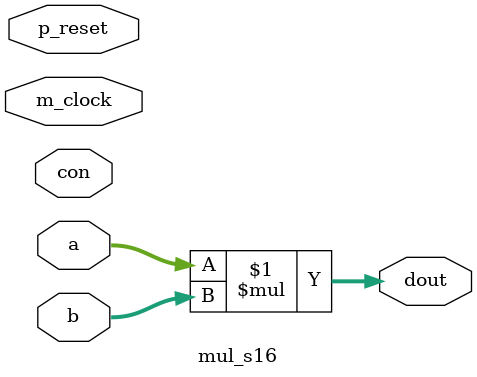
<source format=v>

module mul_s16 (
	p_reset, m_clock, a, b,
	dout, con
);
	input p_reset, m_clock;
	input signed [15:0] a, b;
	output signed [31:0] dout;
	input con;

	// -> t« 16x16=32 rbgæZ
	assign dout = a * b;

endmodule

</source>
